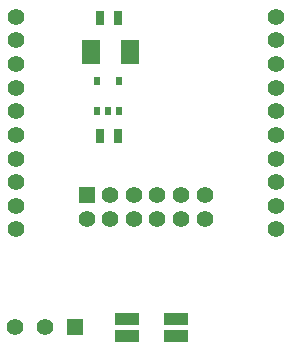
<source format=gbr>
G04 #@! TF.FileFunction,Soldermask,Top*
%FSLAX46Y46*%
G04 Gerber Fmt 4.6, Leading zero omitted, Abs format (unit mm)*
G04 Created by KiCad (PCBNEW 4.1.0-alpha+201606061201+6885~45~ubuntu14.04.1-product) date Wed Jun  8 09:31:43 2016*
%MOMM*%
%LPD*%
G01*
G04 APERTURE LIST*
%ADD10C,0.100000*%
%ADD11C,1.400000*%
%ADD12R,1.400000X1.400000*%
%ADD13R,1.397000X1.397000*%
%ADD14C,1.397000*%
%ADD15R,2.000000X1.000000*%
%ADD16R,0.635000X1.143000*%
%ADD17R,1.524000X2.032000*%
%ADD18R,0.508000X0.762000*%
G04 APERTURE END LIST*
D10*
D11*
X169499260Y-97900000D03*
X169499260Y-105901000D03*
X169499260Y-109898960D03*
X169499260Y-107899980D03*
X169499260Y-101900500D03*
X169499260Y-103899480D03*
X169499260Y-99898980D03*
X169499260Y-113899460D03*
X169499260Y-115900980D03*
X169499260Y-111900480D03*
X191500740Y-111900480D03*
X191500740Y-115900980D03*
X191500740Y-113899460D03*
X191500740Y-99898980D03*
X191500740Y-103899480D03*
X191500740Y-101900500D03*
X191500740Y-107899980D03*
X191500740Y-109898960D03*
X191500740Y-105901000D03*
X191500740Y-97900000D03*
X179500000Y-113000000D03*
X177500000Y-113000000D03*
D12*
X175500000Y-113000000D03*
D11*
X181500000Y-113000000D03*
X183500000Y-113000000D03*
X185500000Y-113000000D03*
X185500000Y-115000000D03*
X183500000Y-115000000D03*
X181500000Y-115000000D03*
X179500000Y-115000000D03*
X177500000Y-115000000D03*
X175500000Y-115000000D03*
D13*
X174540000Y-124200000D03*
D14*
X172000000Y-124200000D03*
X169460000Y-124200000D03*
D15*
X178900000Y-123500000D03*
X178900000Y-124900000D03*
X183100000Y-123500000D03*
X183100000Y-124900000D03*
D16*
X176638000Y-108000000D03*
X178162000Y-108000000D03*
X176638000Y-98000000D03*
X178162000Y-98000000D03*
D17*
X175919000Y-100880000D03*
X179221000Y-100880000D03*
D18*
X176347500Y-105870000D03*
X178252500Y-105870000D03*
X176347500Y-103330000D03*
X177300000Y-105870000D03*
X178252500Y-103330000D03*
M02*

</source>
